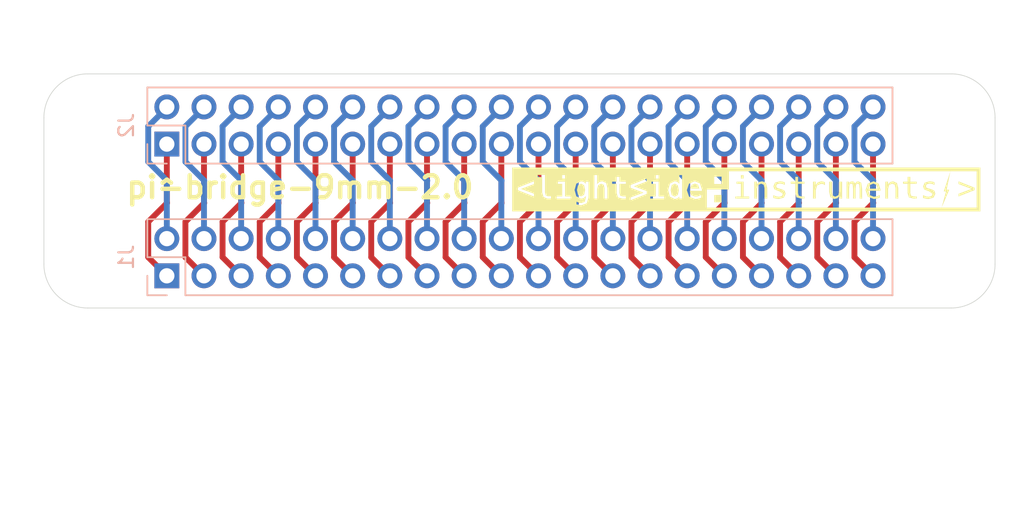
<source format=kicad_pcb>
(kicad_pcb (version 20211014) (generator pcbnew)
  (title_block (title "pi-bridge-9mm-2.0"))
  (layers (0 "F.Cu" signal) (1 "In1.Cu" power) (2 "In2.Cu" power) (31 "B.Cu" signal) (34 "B.Paste" user) (35 "F.Paste" user) (36 "B.SilkS" user "B.Silkscreen") (37 "F.SilkS" user "F.Silkscreen") (38 "B.Mask" user) (39 "F.Mask" user) (44 "Edge.Cuts" user))
  (net 0 "")
  (net 1 "GND")
  (net 2 "+3.3V")
  (net 3 "Net-(J1-Pad40)")
  (net 4 "Net-(J1-Pad38)")
  (net 5 "Net-(J1-Pad37)")
  (net 6 "Net-(J1-Pad36)")
  (net 7 "Net-(J1-Pad35)")
  (net 8 "Net-(J1-Pad33)")
  (net 9 "Net-(J1-Pad32)")
  (net 10 "Net-(J1-Pad31)")
  (net 11 "Net-(J1-Pad29)")
  (net 12 "Net-(J1-Pad28)")
  (net 13 "Net-(J1-Pad27)")
  (net 14 "Net-(J1-Pad26)")
  (net 15 "Net-(J1-Pad24)")
  (net 16 "Net-(J1-Pad23)")
  (net 17 "Net-(J1-Pad22)")
  (net 18 "Net-(J1-Pad21)")
  (net 19 "Net-(J1-Pad19)")
  (net 20 "Net-(J1-Pad18)")
  (net 21 "Net-(J1-Pad16)")
  (net 22 "Net-(J1-Pad15)")
  (net 23 "Net-(J1-Pad13)")
  (net 24 "Net-(J1-Pad12)")
  (net 25 "Net-(J1-Pad11)")
  (net 26 "Net-(J1-Pad10)")
  (net 27 "Net-(J1-Pad8)")
  (net 28 "Net-(J1-Pad7)")
  (net 29 "Net-(J1-Pad5)")
  (net 30 "Net-(J1-Pad3)")
  (net 31 "+5V")
  (footprint "pi-bridge:mount_hole" (layer "F.Cu") (at 53.5 52.5)
    (fp_text reference "" hide)
    (fp_text value "" hide)
    (pad "" np_thru_hole circle locked (at 0 0) (size 2.75 2.75) (drill 2.75) (layers *.Cu *.Mask) (clearance 1.725))
  )
  (footprint "pi-bridge:lsi-logo-32mm" (layer "F.Cu") (at 98 57.995556)
    (fp_text reference "svg2mod" hide)
    (fp_text value "G***" hide)
    (fp_poly (pts (xy 1.081072 -1.656115) (xy 0.874624 -1.604439) (xy 0.736648 -1.454577) (xy 0.736648 -1.62821) (xy 0.545445 -1.62821) (xy 0.545445 -0.470658) (xy 0.736648 -0.470658) (xy 0.736648 -1.124882) (xy 0.80822 -1.395666) (xy 1.014667 -1.490751) (xy 1.187008 -1.41737) (xy 1.242043 -1.187927) (xy 1.242043 -0.470658) (xy 1.434022 -0.470658) (xy 1.434022 -1.187927) (xy 1.345913 -1.539327) (xy 1.081072 -1.656115)) (layer "F.SilkS") (width 0) (fill solid))
    (fp_poly (pts (xy 5.661153 -1.626143) (xy 5.661153 -0.908874) (xy 5.748228 -0.556441) (xy 6.014104 -0.440686) (xy 6.218484 -0.492362) (xy 6.357493 -0.644291) (xy 6.357493 -0.470658) (xy 6.54973 -0.470658) (xy 6.54973 -1.626143) (xy 6.357493 -1.626143) (xy 6.357493 -0.971919) (xy 6.285922 -0.700101) (xy 6.079474 -0.60605) (xy 5.907134 -0.679431) (xy 5.852098 -0.908874) (xy 5.852098 -1.626143) (xy 5.661153 -1.626143)) (layer "F.SilkS") (width 0) (fill solid))
    (fp_poly (pts (xy 13.927488 -2.285084) (xy 13.858068 -2.075225) (xy 13.645795 -1.43136) (xy 13.59147 -1.266375) (xy 13.494086 -0.969593) (xy 13.492436 -0.963755) (xy 13.568898 -0.962095) (xy 13.644952 -0.95876) (xy 13.412558 -0.105036) (xy 13.370103 0.051907) (xy 13.342943 0.151907) (xy 13.343543 0.154407) (xy 13.371513 0.091396) (xy 13.431676 -0.049853) (xy 13.496871 -0.20277) (xy 13.561255 -0.353678) (xy 13.651799 -0.565946) (xy 13.742142 -0.777823) (xy 13.806927 -0.929731) (xy 13.855017 -1.042408) (xy 13.870712 -1.078998) (xy 13.782383 -1.078998) (xy 13.694053 -1.079833) (xy 13.699303 -1.106587) (xy 13.724248 -1.230533) (xy 13.762478 -1.419664) (xy 13.798688 -1.598743) (xy 13.853012 -1.867354) (xy 13.907337 -2.135965) (xy 13.937317 -2.284656) (xy 13.948787 -2.345583) (xy 13.927457 -2.284405) (xy 13.927488 -2.285084)) (layer "F.SilkS") (width 0.000106) (fill solid))
    (fp_poly (pts (xy -0.669984 -1.62821) (xy -0.669984 -1.480416) (xy -0.37207 -1.480416) (xy -0.37207 -0.618453) (xy -0.750858 -0.618453) (xy -0.750858 -0.470658) (xy 0.197922 -0.470658) (xy 0.197922 -0.618453) (xy -0.181126 -0.618453) (xy -0.181126 -1.62821) (xy -0.669984 -1.62821)) (layer "F.SilkS") (width 0) (fill solid))
    (fp_poly (pts (xy -11.286318 -1.492745) (xy -11.5 -1.381124) (xy -11.573639 -1.056596) (xy -11.5 -0.73) (xy -11.284251 -0.618379) (xy -11.082713 -0.731034) (xy -11.012174 -1.056596) (xy -11.082713 -1.381124) (xy -11.286318 -1.492745)) (layer "F.SilkS") (width 0) (fill solid))
    (fp_poly (pts (xy 7.226432 -1.656115) (xy 7.109127 -1.623043) (xy 7.02412 -1.528991) (xy 7.02412 -1.62821) (xy 6.850745 -1.62821) (xy 6.850745 -0.470658) (xy 7.02412 -0.470658) (xy 7.02412 -1.13315) (xy 7.053059 -1.432873) (xy 7.158995 -1.496952) (xy 7.264932 -1.439074) (xy 7.294904 -1.13315) (xy 7.294904 -0.470658) (xy 7.469312 -0.470658) (xy 7.469312 -1.13315) (xy 7.499543 -1.432873) (xy 7.613489 -1.496952) (xy 7.713225 -1.437007) (xy 7.741388 -1.13315) (xy 7.741388 -0.470658) (xy 7.915796 -0.470658) (xy 7.915796 -1.141418) (xy 7.857661 -1.547595) (xy 7.660256 -1.656115) (xy 7.528482 -1.619942) (xy 7.43934 -1.510388) (xy 7.357173 -1.619942) (xy 7.226432 -1.656115)) (layer "F.SilkS") (width 0) (fill solid))
    (fp_poly (pts (xy -16.000056 -2.595593) (xy -1.186749 -2.335661) (xy 15.739867 -2.335661) (xy 15.739867 0.144291) (xy -2.693375 0.144291) (xy -2.693375 -1.095685) (xy -1.186749 -1.095685) (xy -1.186749 -2.335661) (xy -16.000056 -2.595593) (xy -14.254943 -2.090197) (xy -13.757816 -2.090197) (xy -13.757816 -0.890271) (xy -13.711049 -0.697001) (xy -13.571006 -0.631889) (xy -13.347764 -0.631889) (xy -13.347764 -0.470658) (xy -13.589609 -0.470658) (xy -13.855484 -0.580212) (xy -13.94876 -0.890271) (xy -13.94876 -1.941369) (xy -14.254943 -1.941369) (xy -14.254943 -2.090197) (xy -16.000056 -2.595593) (xy -12.57856 -2.078829) (xy -12.387615 -2.078829) (xy -12.387615 -1.838017) (xy -12.57856 -1.838017) (xy -12.57856 -2.078829) (xy -16.000056 -2.595593) (xy -10.382053 -2.078829) (xy -10.191109 -2.078829) (xy -10.191109 -1.454577) (xy -10.053133 -1.604439) (xy -9.846427 -1.656115) (xy -9.581844 -1.539327) (xy -9.493477 -1.187927) (xy -9.493477 -0.470658) (xy -9.685455 -0.470658) (xy -9.685455 -1.187927) (xy -9.74049 -1.41737) (xy -9.912831 -1.490751) (xy -10.119537 -1.395666) (xy -10.191109 -1.124882) (xy -10.191109 -0.470658) (xy -10.382053 -0.470658) (xy -10.382053 -2.078829) (xy -16.000056 -2.595593) (xy -6.184118 -2.078829) (xy -5.993174 -2.078829) (xy -5.993174 -1.838017) (xy -6.184118 -1.838017) (xy -6.184118 -2.078829) (xy -16.000056 -2.595593) (xy -4.578273 -2.078829) (xy -4.387329 -2.078829) (xy -4.387329 -0.470658) (xy -4.578273 -0.470658) (xy -4.578273 -0.616386) (xy -4.705914 -0.485128) (xy -4.888848 -0.440686) (xy -5.220869 -0.60295) (xy -5.341276 -1.052535) (xy -5.219836 -1.494885) (xy -4.888848 -1.656115) (xy -4.703847 -1.61064) (xy -4.578273 -1.480416) (xy -4.578273 -2.078829) (xy -16.000056 -2.595593) (xy -1.689044 -1.970567) (xy -1.689044 -1.470597) (xy -2.191081 -1.470597) (xy -2.191081 -1.970567) (xy -1.689044 -1.970567) (xy -16.000056 -2.595593) (xy -8.668204 -1.956872) (xy -8.668204 -1.62821) (xy -8.234381 -1.62821) (xy -8.234381 -1.480416) (xy -8.668204 -1.480416) (xy -8.668204 -0.85203) (xy -8.61937 -0.67323) (xy -8.449355 -0.622587) (xy -8.234381 -0.622587) (xy -8.234381 -0.470658) (xy -8.467958 -0.470658) (xy -8.77104 -0.556441) (xy -8.859149 -0.85203) (xy -8.859149 -1.480416) (xy -9.169724 -1.480416) (xy -9.169724 -1.62821) (xy -8.859149 -1.62821) (xy -8.859149 -1.956872) (xy -8.668204 -1.956872) (xy -16.000056 -2.595593) (xy -6.805527 -1.82949) (xy -6.805527 -1.641388) (xy -7.68506 -1.311692) (xy -7.590492 -1.274485) (xy -6.805527 -0.98303) (xy -6.805527 -0.96546) (xy -6.805527 -0.793894) (xy -7.902876 -0.361879) (xy -7.902876 -0.551015) (xy -7.02076 -0.878643) (xy -7.026702 -0.880969) (xy -7.902876 -1.209373) (xy -7.902876 -1.225909) (xy -7.902876 -1.397475) (xy -6.805527 -1.82949) (xy -16.000056 -2.595593) (xy -14.511517 -1.651981) (xy -14.511517 -1.463879) (xy -15.393633 -1.13315) (xy -14.511517 -0.805521) (xy -14.511517 -0.616386) (xy -15.608607 -1.048401) (xy -15.608607 -1.219966) (xy -14.511517 -1.651981) (xy -16.000056 -2.595593) (xy -16.000056 0.404482) (xy -11.268562 -0.015906) (xy -11.433669 -0.030375) (xy -11.606009 -0.07275) (xy -11.606009 -0.260852) (xy -11.421266 -0.190572) (xy -11.268562 -0.167834) (xy -11.043253 -0.25155) (xy -10.972715 -0.517167) (xy -10.972715 -0.525435) (xy -10.972715 -0.654626) (xy -11.097255 -0.509932) (xy -11.289233 -0.46239) (xy -11.614278 -0.624654) (xy -11.735717 -1.058736) (xy -11.614278 -1.493851) (xy -11.289233 -1.656115) (xy -11.099322 -1.611674) (xy -10.972715 -1.474214) (xy -10.972715 -1.624076) (xy -10.78177 -1.624076) (xy -10.78177 -0.545072) (xy -10.905277 -0.150264) (xy -11.268562 -0.015906) (xy -16.000056 0.404482) (xy -3.48635 -0.440686) (xy -3.909838 -0.601916) (xy -4.062542 -1.048401) (xy -3.912939 -1.490751) (xy -3.514255 -1.656115) (xy -3.164664 -1.506254) (xy -3.035732 -1.096976) (xy -3.035732 -1.003959) (xy -3.863071 -1.003959) (xy -3.863071 -0.997758) (xy -3.764628 -0.705269) (xy -3.484283 -0.601916) (xy -3.293339 -0.630855) (xy -3.080432 -0.718705) (xy -3.080432 -0.529569) (xy -3.291272 -0.463423) (xy -3.48635 -0.440686) (xy -16.000056 0.404482) (xy -12.008569 -0.470658) (xy -12.957348 -0.470658) (xy -12.957348 -0.618453) (xy -12.57856 -0.618453) (xy -12.57856 -1.480416) (xy -12.876474 -1.480416) (xy -12.876474 -1.62821) (xy -12.387615 -1.62821) (xy -12.387615 -0.618453) (xy -12.008569 -0.618453) (xy -12.008569 -0.470658) (xy -16.000056 0.404482) (xy -5.614386 -0.470658) (xy -6.563165 -0.470658) (xy -6.563165 -0.618453) (xy -6.184118 -0.618453) (xy -6.184118 -1.480416) (xy -6.482033 -1.480416) (xy -6.482033 -1.62821) (xy -5.993174 -1.62821) (xy -5.993174 -0.618453) (xy -5.614386 -0.618453) (xy -5.614386 -0.470658) (xy -16.000056 0.404482) (xy 16.000056 0.404482) (xy 16.000056 -2.595593) (xy -16.000056 -2.595593)) (layer "F.SilkS") (width 0) (fill solid))
    (fp_poly (pts (xy -3.51 -1.500002) (xy -3.737118 -1.409051) (xy -3.843054 -1.156871) (xy -3.214152 -1.157901) (xy -3.293992 -1.41215) (xy -3.51 -1.5) (xy -3.51 -1.500002)) (layer "F.SilkS") (width 0) (fill solid))
    (fp_poly (pts (xy 12.514224 -1.656115) (xy 12.191504 -1.565165) (xy 12.078332 -1.30885) (xy 12.154039 -1.101111) (xy 12.394851 -0.993624) (xy 12.466423 -0.979154) (xy 12.474691 -0.977086) (xy 12.729198 -0.794152) (xy 12.659434 -0.650491) (xy 12.463322 -0.599848) (xy 12.27858 -0.62672) (xy 12.074198 -0.709403) (xy 12.074198 -0.513032) (xy 12.27858 -0.459289) (xy 12.459188 -0.440685) (xy 12.799736 -0.536803) (xy 12.922209 -0.805521) (xy 12.84857 -1.015327) (xy 12.633596 -1.122814) (xy 12.556856 -1.137283) (xy 12.319145 -1.211697) (xy 12.271344 -1.327453) (xy 12.334647 -1.454577) (xy 12.528693 -1.496951) (xy 12.697934 -1.47318) (xy 12.863039 -1.401867) (xy 12.863039 -1.587902) (xy 12.693799 -1.638545) (xy 12.514224 -1.656115)) (layer "F.SilkS") (width 0) (fill solid))
    (fp_poly (pts (xy -2.191081 -0.720514) (xy -2.191081 -0.220544) (xy -1.689044 -0.220544) (xy -1.689044 -0.720514) (xy -2.191081 -0.720514)) (layer "F.SilkS") (width 0) (fill solid))
    (fp_poly (pts (xy 3.347342 -1.956872) (xy 3.347342 -1.62821) (xy 3.036766 -1.62821) (xy 3.036766 -1.480416) (xy 3.347342 -1.480416) (xy 3.347342 -0.85203) (xy 3.435449 -0.556441) (xy 3.738532 -0.470658) (xy 3.972109 -0.470658) (xy 3.972109 -0.622587) (xy 3.757394 -0.622587) (xy 3.58712 -0.67323) (xy 3.538286 -0.85203) (xy 3.538286 -1.480416) (xy 3.972109 -1.480416) (xy 3.972109 -1.62821) (xy 3.538286 -1.62821) (xy 3.538286 -1.956872) (xy 3.347342 -1.956872)) (layer "F.SilkS") (width 0) (fill solid))
    (fp_poly (pts (xy 14.501958 -1.651981) (xy 14.501958 -1.463879) (xy 15.384333 -1.13315) (xy 14.501958 -0.805521) (xy 14.501958 -0.616386) (xy 15.599307 -1.048401) (xy 15.599307 -1.219966) (xy 14.501958 -1.651981)) (layer "F.SilkS") (width 0) (fill solid))
    (fp_poly (pts (xy 11.020516 -1.956872) (xy 11.020516 -1.62821) (xy 10.7102 -1.62821) (xy 10.7102 -1.480416) (xy 11.020516 -1.480416) (xy 11.020516 -0.85203) (xy 11.108625 -0.556441) (xy 11.411707 -0.470658) (xy 11.645285 -0.470658) (xy 11.645285 -0.622587) (xy 11.430569 -0.622587) (xy 11.260295 -0.67323) (xy 11.211461 -0.85203) (xy 11.211461 -1.480416) (xy 11.645285 -1.480416) (xy 11.645285 -1.62821) (xy 11.211461 -1.62821) (xy 11.211461 -1.956872) (xy 11.020516 -1.956872)) (layer "F.SilkS") (width 0) (fill solid))
    (fp_poly (pts (xy 2.283324 -1.656115) (xy 1.960346 -1.565165) (xy 1.847174 -1.30885) (xy 1.923139 -1.101111) (xy 2.16395 -0.993624) (xy 2.235523 -0.979154) (xy 2.243791 -0.977086) (xy 2.498038 -0.794152) (xy 2.428534 -0.650491) (xy 2.232422 -0.599848) (xy 2.047679 -0.62672) (xy 1.84304 -0.709403) (xy 1.84304 -0.513032) (xy 2.047679 -0.459289) (xy 2.228288 -0.440685) (xy 2.568836 -0.536803) (xy 2.691309 -0.805521) (xy 2.617412 -1.015327) (xy 2.402696 -1.122814) (xy 2.325698 -1.137283) (xy 2.087987 -1.211697) (xy 2.040444 -1.327453) (xy 2.103748 -1.454577) (xy 2.297793 -1.496951) (xy 2.467033 -1.47318) (xy 2.63214 -1.401867) (xy 2.63214 -1.587902) (xy 2.462899 -1.638545) (xy 2.283324 -1.656115)) (layer "F.SilkS") (width 0) (fill solid))
    (fp_poly (pts (xy 5.129661 -1.656115) (xy 4.894016 -1.58997) (xy 4.747514 -1.401867) (xy 4.747514 -1.62821) (xy 4.555536 -1.62821) (xy 4.555536 -0.470658) (xy 4.747514 -0.470658) (xy 4.747514 -1.046334) (xy 4.842083 -1.368795) (xy 5.114934 -1.480416) (xy 5.254202 -1.458711) (xy 5.378742 -1.389465) (xy 5.378742 -1.583768) (xy 5.261437 -1.638545) (xy 5.129661 -1.656115)) (layer "F.SilkS") (width 0) (fill solid))
    (fp_poly (pts (xy -4.890689 -1.496485) (xy -5.099462 -1.38383) (xy -5.17 -1.05) (xy -5.099462 -0.71617) (xy -4.890689 -0.603516) (xy -4.681142 -0.717204) (xy -4.608278 -1.05) (xy -4.681142 -1.382796) (xy -4.890689 -1.496485)) (layer "F.SilkS") (width 0) (fill solid))
    (fp_poly (pts (xy 10.033238 -1.656115) (xy 9.82679 -1.604439) (xy 9.688556 -1.454577) (xy 9.688556 -1.62821) (xy 9.497612 -1.62821) (xy 9.497612 -0.470658) (xy 9.688556 -0.470658) (xy 9.688556 -1.124882) (xy 9.760386 -1.395666) (xy 9.966834 -1.490751) (xy 10.139175 -1.41737) (xy 10.194211 -1.187927) (xy 10.194211 -0.470658) (xy 10.386188 -0.470658) (xy 10.386188 -1.187927) (xy 10.298079 -1.539327) (xy 10.033238 -1.656115)) (layer "F.SilkS") (width 0) (fill solid))
    (fp_poly (pts (xy -0.37207 -2.078829) (xy -0.37207 -1.838017) (xy -0.181126 -1.838017) (xy -0.181126 -2.078829) (xy -0.37207 -2.078829)) (layer "F.SilkS") (width 0) (fill solid))
    (fp_poly (pts (xy 8.692234 -1.656115) (xy 8.683715 -1.494884) (xy 8.899722 -1.407034) (xy 8.979563 -1.152786) (xy 8.35066 -1.151754) (xy 8.456597 -1.403935) (xy 8.683715 -1.494886) (xy 8.683715 -1.494884) (xy 8.692234 -1.656115) (xy 8.293551 -1.490751) (xy 8.143948 -1.048401) (xy 8.296652 -0.601916) (xy 8.72014 -0.440686) (xy 8.915219 -0.463423) (xy 9.126059 -0.529569) (xy 9.126059 -0.718705) (xy 8.913151 -0.630855) (xy 8.722206 -0.601916) (xy 8.441862 -0.705269) (xy 8.343418 -0.997758) (xy 8.343418 -1.003958) (xy 9.170759 -1.003958) (xy 9.170759 -1.096976) (xy 9.042084 -1.506253) (xy 8.692234 -1.656115)) (layer "F.SilkS") (width 0) (fill solid))
  )
  (footprint "pi-bridge:mount_hole" (layer "F.Cu") (at 111.5 52.5)
    (fp_text reference "" hide)
    (fp_text value "" hide)
    (pad "" np_thru_hole circle locked (at 0 0) (size 2.75 2.75) (drill 2.75) (layers *.Cu *.Mask) (clearance 1.725))
  )
  (footprint "pi-bridge:mount_hole" (layer "F.Cu") (at 53.5 61.5)
    (fp_text reference "" hide)
    (fp_text value "" hide)
    (pad "" np_thru_hole circle locked (at 0 0) (size 2.75 2.75) (drill 2.75) (layers *.Cu *.Mask) (clearance 1.725))
  )
  (footprint "pi-bridge:mount_hole" (layer "F.Cu") (at 111.5 61.5)
    (fp_text reference "" hide)
    (fp_text value "" hide)
    (pad "" np_thru_hole circle locked (at 0 0) (size 2.75 2.75) (drill 2.75) (layers *.Cu *.Mask) (clearance 1.725))
  )
  (footprint "pi-bridge:PinSocket_2x20_P2.54mm_Vertical_1_04mm" (layer "B.Cu") (at 58.4 53.8 -90)
    (fp_text reference "J2" (at -1.27 2.77 -90) (layer "B.SilkS") (effects (justify mirror)))
    (fp_text value "Conn_02x20_Odd_Even")
    (fp_line (start 0 1.33) (end 1.33 1.33) (layer "B.SilkS") (width 0.12))
    (fp_line (start -3.87 1.33) (end -1.27 1.33) (layer "B.SilkS") (width 0.12))
    (fp_line (start -1.27 -1.27) (end 1.33 -1.27) (layer "B.SilkS") (width 0.12))
    (fp_line (start -1.27 1.33) (end -1.27 -1.27) (layer "B.SilkS") (width 0.12))
    (fp_line (start 1.33 1.33) (end 1.33 0) (layer "B.SilkS") (width 0.12))
    (fp_line (start 1.33 -1.27) (end 1.33 -49.59) (layer "B.SilkS") (width 0.12))
    (fp_line (start -3.87 -49.59) (end 1.33 -49.59) (layer "B.SilkS") (width 0.12))
    (fp_line (start -3.87 1.33) (end -3.87 -49.59) (layer "B.SilkS") (width 0.12))
    (pad "1" thru_hole rect locked (at 0 0 270) (size 1.7 1.7) (drill 1.04) (layers *.Cu *.Mask) (net 2 "+3.3V"))
    (pad "2" thru_hole oval locked (at -2.54 0 270) (size 1.7 1.7) (drill 1.04) (layers *.Cu *.Mask) (net 31 "+5V"))
    (pad "3" thru_hole oval locked (at 0 -2.54 270) (size 1.7 1.7) (drill 1.04) (layers *.Cu *.Mask) (net 30 "Net-(J1-Pad3)"))
    (pad "4" thru_hole oval locked (at -2.54 -2.54 270) (size 1.7 1.7) (drill 1.04) (layers *.Cu *.Mask) (net 31 "+5V"))
    (pad "5" thru_hole oval locked (at 0 -5.08 270) (size 1.7 1.7) (drill 1.04) (layers *.Cu *.Mask) (net 29 "Net-(J1-Pad5)"))
    (pad "6" thru_hole oval locked (at -2.54 -5.08 270) (size 1.7 1.7) (drill 1.04) (layers *.Cu *.Mask) (net 1 "GND"))
    (pad "7" thru_hole oval locked (at 0 -7.62 270) (size 1.7 1.7) (drill 1.04) (layers *.Cu *.Mask) (net 28 "Net-(J1-Pad7)"))
    (pad "8" thru_hole oval locked (at -2.54 -7.62 270) (size 1.7 1.7) (drill 1.04) (layers *.Cu *.Mask) (net 27 "Net-(J1-Pad8)"))
    (pad "9" thru_hole oval locked (at 0 -10.16 270) (size 1.7 1.7) (drill 1.04) (layers *.Cu *.Mask) (net 1 "GND"))
    (pad "10" thru_hole oval locked (at -2.54 -10.16 270) (size 1.7 1.7) (drill 1.04) (layers *.Cu *.Mask) (net 26 "Net-(J1-Pad10)"))
    (pad "11" thru_hole oval locked (at 0 -12.7 270) (size 1.7 1.7) (drill 1.04) (layers *.Cu *.Mask) (net 25 "Net-(J1-Pad11)"))
    (pad "12" thru_hole oval locked (at -2.54 -12.7 270) (size 1.7 1.7) (drill 1.04) (layers *.Cu *.Mask) (net 24 "Net-(J1-Pad12)"))
    (pad "13" thru_hole oval locked (at 0 -15.24 270) (size 1.7 1.7) (drill 1.04) (layers *.Cu *.Mask) (net 23 "Net-(J1-Pad13)"))
    (pad "14" thru_hole oval locked (at -2.54 -15.24 270) (size 1.7 1.7) (drill 1.04) (layers *.Cu *.Mask) (net 1 "GND"))
    (pad "15" thru_hole oval locked (at 0 -17.78 270) (size 1.7 1.7) (drill 1.04) (layers *.Cu *.Mask) (net 22 "Net-(J1-Pad15)"))
    (pad "16" thru_hole oval locked (at -2.54 -17.78 270) (size 1.7 1.7) (drill 1.04) (layers *.Cu *.Mask) (net 21 "Net-(J1-Pad16)"))
    (pad "17" thru_hole oval locked (at 0 -20.32 270) (size 1.7 1.7) (drill 1.04) (layers *.Cu *.Mask) (net 2 "+3.3V"))
    (pad "18" thru_hole oval locked (at -2.54 -20.32 270) (size 1.7 1.7) (drill 1.04) (layers *.Cu *.Mask) (net 20 "Net-(J1-Pad18)"))
    (pad "19" thru_hole oval locked (at 0 -22.86 270) (size 1.7 1.7) (drill 1.04) (layers *.Cu *.Mask) (net 19 "Net-(J1-Pad19)"))
    (pad "20" thru_hole oval locked (at -2.54 -22.86 270) (size 1.7 1.7) (drill 1.04) (layers *.Cu *.Mask) (net 1 "GND"))
    (pad "21" thru_hole oval locked (at 0 -25.4 270) (size 1.7 1.7) (drill 1.04) (layers *.Cu *.Mask) (net 18 "Net-(J1-Pad21)"))
    (pad "22" thru_hole oval locked (at -2.54 -25.4 270) (size 1.7 1.7) (drill 1.04) (layers *.Cu *.Mask) (net 17 "Net-(J1-Pad22)"))
    (pad "23" thru_hole oval locked (at 0 -27.94 270) (size 1.7 1.7) (drill 1.04) (layers *.Cu *.Mask) (net 16 "Net-(J1-Pad23)"))
    (pad "24" thru_hole oval locked (at -2.54 -27.94 270) (size 1.7 1.7) (drill 1.04) (layers *.Cu *.Mask) (net 15 "Net-(J1-Pad24)"))
    (pad "25" thru_hole oval locked (at 0 -30.48 270) (size 1.7 1.7) (drill 1.04) (layers *.Cu *.Mask) (net 1 "GND"))
    (pad "26" thru_hole oval locked (at -2.54 -30.48 270) (size 1.7 1.7) (drill 1.04) (layers *.Cu *.Mask) (net 14 "Net-(J1-Pad26)"))
    (pad "27" thru_hole oval locked (at 0 -33.02 270) (size 1.7 1.7) (drill 1.04) (layers *.Cu *.Mask) (net 13 "Net-(J1-Pad27)"))
    (pad "28" thru_hole oval locked (at -2.54 -33.02 270) (size 1.7 1.7) (drill 1.04) (layers *.Cu *.Mask) (net 12 "Net-(J1-Pad28)"))
    (pad "29" thru_hole oval locked (at 0 -35.56 270) (size 1.7 1.7) (drill 1.04) (layers *.Cu *.Mask) (net 11 "Net-(J1-Pad29)"))
    (pad "30" thru_hole oval locked (at -2.54 -35.56 270) (size 1.7 1.7) (drill 1.04) (layers *.Cu *.Mask) (net 1 "GND"))
    (pad "31" thru_hole oval locked (at 0 -38.1 270) (size 1.7 1.7) (drill 1.04) (layers *.Cu *.Mask) (net 10 "Net-(J1-Pad31)"))
    (pad "32" thru_hole oval locked (at -2.54 -38.1 270) (size 1.7 1.7) (drill 1.04) (layers *.Cu *.Mask) (net 9 "Net-(J1-Pad32)"))
    (pad "33" thru_hole oval locked (at 0 -40.64 270) (size 1.7 1.7) (drill 1.04) (layers *.Cu *.Mask) (net 8 "Net-(J1-Pad33)"))
    (pad "34" thru_hole oval locked (at -2.54 -40.64 270) (size 1.7 1.7) (drill 1.04) (layers *.Cu *.Mask) (net 1 "GND"))
    (pad "35" thru_hole oval locked (at 0 -43.18 270) (size 1.7 1.7) (drill 1.04) (layers *.Cu *.Mask) (net 7 "Net-(J1-Pad35)"))
    (pad "36" thru_hole oval locked (at -2.54 -43.18 270) (size 1.7 1.7) (drill 1.04) (layers *.Cu *.Mask) (net 6 "Net-(J1-Pad36)"))
    (pad "37" thru_hole oval locked (at 0 -45.72 270) (size 1.7 1.7) (drill 1.04) (layers *.Cu *.Mask) (net 5 "Net-(J1-Pad37)"))
    (pad "38" thru_hole oval locked (at -2.54 -45.72 270) (size 1.7 1.7) (drill 1.04) (layers *.Cu *.Mask) (net 4 "Net-(J1-Pad38)"))
    (pad "39" thru_hole oval locked (at 0 -48.26 270) (size 1.7 1.7) (drill 1.04) (layers *.Cu *.Mask) (net 1 "GND"))
    (pad "40" thru_hole oval locked (at -2.54 -48.26 270) (size 1.7 1.7) (drill 1.04) (layers *.Cu *.Mask) (net 3 "Net-(J1-Pad40)"))
  )
  (footprint "pi-bridge:PinSocket_2x20_P2.54mm_Vertical_1_04mm" (layer "B.Cu") (at 58.4 62.8 -90)
    (fp_text reference "J1" (at -1.27 2.77 -90) (layer "B.SilkS") (effects (justify mirror)))
    (fp_text value "Conn_02x20_Odd_Even")
    (fp_line (start 1.33 -1.27) (end 1.33 -49.59) (layer "B.SilkS") (width 0.12))
    (fp_line (start 1.33 1.33) (end 1.33 0) (layer "B.SilkS") (width 0.12))
    (fp_line (start -3.87 1.33) (end -1.27 1.33) (layer "B.SilkS") (width 0.12))
    (fp_line (start -1.27 -1.27) (end 1.33 -1.27) (layer "B.SilkS") (width 0.12))
    (fp_line (start -3.87 -49.59) (end 1.33 -49.59) (layer "B.SilkS") (width 0.12))
    (fp_line (start 0 1.33) (end 1.33 1.33) (layer "B.SilkS") (width 0.12))
    (fp_line (start -3.87 1.33) (end -3.87 -49.59) (layer "B.SilkS") (width 0.12))
    (fp_line (start -1.27 1.33) (end -1.27 -1.27) (layer "B.SilkS") (width 0.12))
    (pad "1" thru_hole rect locked (at 0 0 270) (size 1.7 1.7) (drill 1.04) (layers *.Cu *.Mask) (net 2 "+3.3V"))
    (pad "2" thru_hole oval locked (at -2.54 0 270) (size 1.7 1.7) (drill 1.04) (layers *.Cu *.Mask) (net 31 "+5V"))
    (pad "3" thru_hole oval locked (at 0 -2.54 270) (size 1.7 1.7) (drill 1.04) (layers *.Cu *.Mask) (net 30 "Net-(J1-Pad3)"))
    (pad "4" thru_hole oval locked (at -2.54 -2.54 270) (size 1.7 1.7) (drill 1.04) (layers *.Cu *.Mask) (net 31 "+5V"))
    (pad "5" thru_hole oval locked (at 0 -5.08 270) (size 1.7 1.7) (drill 1.04) (layers *.Cu *.Mask) (net 29 "Net-(J1-Pad5)"))
    (pad "6" thru_hole oval locked (at -2.54 -5.08 270) (size 1.7 1.7) (drill 1.04) (layers *.Cu *.Mask) (net 1 "GND"))
    (pad "7" thru_hole oval locked (at 0 -7.62 270) (size 1.7 1.7) (drill 1.04) (layers *.Cu *.Mask) (net 28 "Net-(J1-Pad7)"))
    (pad "8" thru_hole oval locked (at -2.54 -7.62 270) (size 1.7 1.7) (drill 1.04) (layers *.Cu *.Mask) (net 27 "Net-(J1-Pad8)"))
    (pad "9" thru_hole oval locked (at 0 -10.16 270) (size 1.7 1.7) (drill 1.04) (layers *.Cu *.Mask) (net 1 "GND"))
    (pad "10" thru_hole oval locked (at -2.54 -10.16 270) (size 1.7 1.7) (drill 1.04) (layers *.Cu *.Mask) (net 26 "Net-(J1-Pad10)"))
    (pad "11" thru_hole oval locked (at 0 -12.7 270) (size 1.7 1.7) (drill 1.04) (layers *.Cu *.Mask) (net 25 "Net-(J1-Pad11)"))
    (pad "12" thru_hole oval locked (at -2.54 -12.7 270) (size 1.7 1.7) (drill 1.04) (layers *.Cu *.Mask) (net 24 "Net-(J1-Pad12)"))
    (pad "13" thru_hole oval locked (at 0 -15.24 270) (size 1.7 1.7) (drill 1.04) (layers *.Cu *.Mask) (net 23 "Net-(J1-Pad13)"))
    (pad "14" thru_hole oval locked (at -2.54 -15.24 270) (size 1.7 1.7) (drill 1.04) (layers *.Cu *.Mask) (net 1 "GND"))
    (pad "15" thru_hole oval locked (at 0 -17.78 270) (size 1.7 1.7) (drill 1.04) (layers *.Cu *.Mask) (net 22 "Net-(J1-Pad15)"))
    (pad "16" thru_hole oval locked (at -2.54 -17.78 270) (size 1.7 1.7) (drill 1.04) (layers *.Cu *.Mask) (net 21 "Net-(J1-Pad16)"))
    (pad "17" thru_hole oval locked (at 0 -20.32 270) (size 1.7 1.7) (drill 1.04) (layers *.Cu *.Mask) (net 2 "+3.3V"))
    (pad "18" thru_hole oval locked (at -2.54 -20.32 270) (size 1.7 1.7) (drill 1.04) (layers *.Cu *.Mask) (net 20 "Net-(J1-Pad18)"))
    (pad "19" thru_hole oval locked (at 0 -22.86 270) (size 1.7 1.7) (drill 1.04) (layers *.Cu *.Mask) (net 19 "Net-(J1-Pad19)"))
    (pad "20" thru_hole oval locked (at -2.54 -22.86 270) (size 1.7 1.7) (drill 1.04) (layers *.Cu *.Mask) (net 1 "GND"))
    (pad "21" thru_hole oval locked (at 0 -25.4 270) (size 1.7 1.7) (drill 1.04) (layers *.Cu *.Mask) (net 18 "Net-(J1-Pad21)"))
    (pad "22" thru_hole oval locked (at -2.54 -25.4 270) (size 1.7 1.7) (drill 1.04) (layers *.Cu *.Mask) (net 17 "Net-(J1-Pad22)"))
    (pad "23" thru_hole oval locked (at 0 -27.94 270) (size 1.7 1.7) (drill 1.04) (layers *.Cu *.Mask) (net 16 "Net-(J1-Pad23)"))
    (pad "24" thru_hole oval locked (at -2.54 -27.94 270) (size 1.7 1.7) (drill 1.04) (layers *.Cu *.Mask) (net 15 "Net-(J1-Pad24)"))
    (pad "25" thru_hole oval locked (at 0 -30.48 270) (size 1.7 1.7) (drill 1.04) (layers *.Cu *.Mask) (net 1 "GND"))
    (pad "26" thru_hole oval locked (at -2.54 -30.48 270) (size 1.7 1.7) (drill 1.04) (layers *.Cu *.Mask) (net 14 "Net-(J1-Pad26)"))
    (pad "27" thru_hole oval locked (at 0 -33.02 270) (size 1.7 1.7) (drill 1.04) (layers *.Cu *.Mask) (net 13 "Net-(J1-Pad27)"))
    (pad "28" thru_hole oval locked (at -2.54 -33.02 270) (size 1.7 1.7) (drill 1.04) (layers *.Cu *.Mask) (net 12 "Net-(J1-Pad28)"))
    (pad "29" thru_hole oval locked (at 0 -35.56 270) (size 1.7 1.7) (drill 1.04) (layers *.Cu *.Mask) (net 11 "Net-(J1-Pad29)"))
    (pad "30" thru_hole oval locked (at -2.54 -35.56 270) (size 1.7 1.7) (drill 1.04) (layers *.Cu *.Mask) (net 1 "GND"))
    (pad "31" thru_hole oval locked (at 0 -38.1 270) (size 1.7 1.7) (drill 1.04) (layers *.Cu *.Mask) (net 10 "Net-(J1-Pad31)"))
    (pad "32" thru_hole oval locked (at -2.54 -38.1 270) (size 1.7 1.7) (drill 1.04) (layers *.Cu *.Mask) (net 9 "Net-(J1-Pad32)"))
    (pad "33" thru_hole oval locked (at 0 -40.64 270) (size 1.7 1.7) (drill 1.04) (layers *.Cu *.Mask) (net 8 "Net-(J1-Pad33)"))
    (pad "34" thru_hole oval locked (at -2.54 -40.64 270) (size 1.7 1.7) (drill 1.04) (layers *.Cu *.Mask) (net 1 "GND"))
    (pad "35" thru_hole oval locked (at 0 -43.18 270) (size 1.7 1.7) (drill 1.04) (layers *.Cu *.Mask) (net 7 "Net-(J1-Pad35)"))
    (pad "36" thru_hole oval locked (at -2.54 -43.18 270) (size 1.7 1.7) (drill 1.04) (layers *.Cu *.Mask) (net 6 "Net-(J1-Pad36)"))
    (pad "37" thru_hole oval locked (at 0 -45.72 270) (size 1.7 1.7) (drill 1.04) (layers *.Cu *.Mask) (net 5 "Net-(J1-Pad37)"))
    (pad "38" thru_hole oval locked (at -2.54 -45.72 270) (size 1.7 1.7) (drill 1.04) (layers *.Cu *.Mask) (net 4 "Net-(J1-Pad38)"))
    (pad "39" thru_hole oval locked (at 0 -48.26 270) (size 1.7 1.7) (drill 1.04) (layers *.Cu *.Mask) (net 1 "GND"))
    (pad "40" thru_hole oval locked (at -2.54 -48.26 270) (size 1.7 1.7) (drill 1.04) (layers *.Cu *.Mask) (net 3 "Net-(J1-Pad40)"))
  )
  (gr_line (start 50 62) (end 50 52) (layer "Edge.Cuts") (width 0.05))
  (gr_line (start 112 65) (end 53 65) (layer "Edge.Cuts") (width 0.05))
  (gr_line (start 53 49) (end 112 49) (layer "Edge.Cuts") (width 0.05))
  (gr_arc (start 53 65) (mid 50.87868 64.12132) (end 50 62) (layer "Edge.Cuts") (width 0.05))
  (gr_arc (start 50 52) (mid 50.87868 49.87868) (end 53 49) (layer "Edge.Cuts") (width 0.05))
  (gr_arc (start 112 49) (mid 114.12132 49.87868) (end 115 52) (layer "Edge.Cuts") (width 0.05))
  (gr_line (start 115 52) (end 115 62) (layer "Edge.Cuts") (width 0.05))
  (gr_arc (start 115 62) (mid 114.12132 64.12132) (end 112 65) (layer "Edge.Cuts") (width 0.05))
  (gr_text "^" (at 58.4 57.12) (layer "F.SilkS") (effects (font (size 1.5 1.5) (thickness 0.3))))
  (gr_text "pi-bridge-9mm-2.0" (at 67.5 56.75) (layer "F.SilkS") (effects (font (size 1.5 1.5) (thickness 0.3))))
  (segment (start 68.58 62.82) (end 67.290001 61.530001) (width 0.4) (layer "F.Cu") (net 1))
  (segment (start 67.290001 61.530001) (end 67.290001 59.109999) (width 0.4) (layer "F.Cu") (net 1))
  (segment (start 67.290001 59.109999) (end 68.58 57.82) (width 0.4) (layer "F.Cu") (net 1))
  (segment (start 87.610001 59.109999) (end 88.9 57.82) (width 0.4) (layer "F.Cu") (net 1))
  (segment (start 106.68 62.82) (end 105.390001 61.530001) (width 0.4) (layer "F.Cu") (net 1))
  (segment (start 105.390001 61.530001) (end 105.390001 59.109999) (width 0.4) (layer "F.Cu") (net 1))
  (segment (start 87.610001 61.530001) (end 87.610001 59.109999) (width 0.4) (layer "F.Cu") (net 1))
  (segment (start 88.9 62.82) (end 87.610001 61.530001) (width 0.4) (layer "F.Cu") (net 1))
  (segment (start 105.390001 59.109999) (end 106.68 57.82) (width 0.4) (layer "F.Cu") (net 1))
  (segment (start 68.56 57.82) (end 68.56 53.82) (width 0.4) (layer "F.Cu") (net 1))
  (segment (start 106.66 57.82) (end 106.66 53.82) (width 0.4) (layer "F.Cu") (net 1))
  (segment (start 88.88 57.82) (end 88.88 53.82) (width 0.4) (layer "F.Cu") (net 1))
  (segment (start 81.259999 56.299095) (end 81.259999 60.3) (width 0.4) (layer "B.Cu") (net 1))
  (segment (start 73.639999 56.299095) (end 73.639999 60.3) (width 0.4) (layer "B.Cu") (net 1))
  (segment (start 93.959999 56.299095) (end 93.959999 60.3) (width 0.4) (layer "B.Cu") (net 1))
  (segment (start 99.039999 56.299095) (end 99.039999 60.3) (width 0.4) (layer "B.Cu") (net 1))
  (segment (start 63.479999 56.299095) (end 63.479999 60.3) (width 0.4) (layer "B.Cu") (net 1))
  (segment (start 81.279999 51.299095) (end 79.99 52.589094) (width 0.4) (layer "B.Cu") (net 1))
  (segment (start 92.69 55.009096) (end 93.979999 56.299095) (width 0.4) (layer "B.Cu") (net 1))
  (segment (start 63.499999 51.299095) (end 62.21 52.589094) (width 0.4) (layer "B.Cu") (net 1))
  (segment (start 99.059999 51.299095) (end 97.77 52.589094) (width 0.4) (layer "B.Cu") (net 1))
  (segment (start 72.37 52.589094) (end 72.37 55.009096) (width 0.4) (layer "B.Cu") (net 1))
  (segment (start 72.37 55.009096) (end 73.659999 56.299095) (width 0.4) (layer "B.Cu") (net 1))
  (segment (start 93.979999 51.299095) (end 92.69 52.589094) (width 0.4) (layer "B.Cu") (net 1))
  (segment (start 62.21 52.589094) (end 62.21 55.009096) (width 0.4) (layer "B.Cu") (net 1))
  (segment (start 97.77 55.009096) (end 99.059999 56.299095) (width 0.4) (layer "B.Cu") (net 1))
  (segment (start 92.69 52.589094) (end 92.69 55.009096) (width 0.4) (layer "B.Cu") (net 1))
  (segment (start 73.659999 51.299095) (end 72.37 52.589094) (width 0.4) (layer "B.Cu") (net 1))
  (segment (start 79.99 55.009096) (end 81.279999 56.299095) (width 0.4) (layer "B.Cu") (net 1))
  (segment (start 97.77 52.589094) (end 97.77 55.009096) (width 0.4) (layer "B.Cu") (net 1))
  (segment (start 79.99 52.589094) (end 79.99 55.009096) (width 0.4) (layer "B.Cu") (net 1))
  (segment (start 62.21 55.009096) (end 63.499999 56.299095) (width 0.4) (layer "B.Cu") (net 1))
  (segment (start 57.130001 59.109999) (end 58.42 57.82) (width 0.4) (layer "F.Cu") (net 2))
  (segment (start 58.42 62.82) (end 57.130001 61.530001) (width 0.4) (layer "F.Cu") (net 2))
  (segment (start 57.130001 61.530001) (end 57.130001 59.109999) (width 0.4) (layer "F.Cu") (net 2))
  (segment (start 77.450001 59.109999) (end 78.74 57.82) (width 0.4) (layer "F.Cu") (net 2))
  (segment (start 77.450001 61.530001) (end 77.450001 59.109999) (width 0.4) (layer "F.Cu") (net 2))
  (segment (start 78.74 62.82) (end 77.450001 61.530001) (width 0.4) (layer "F.Cu") (net 2))
  (segment (start 58.4 57.82) (end 58.4 53.82) (width 0.4) (layer "F.Cu") (net 2))
  (segment (start 78.72 57.82) (end 78.72 53.82) (width 0.4) (layer "F.Cu") (net 2))
  (segment (start 106.659999 56.299095) (end 106.659999 60.3) (width 0.4) (layer "B.Cu") (net 3))
  (segment (start 106.679999 51.299095) (end 105.39 52.589094) (width 0.4) (layer "B.Cu") (net 3))
  (segment (start 105.39 52.589094) (end 105.39 55.009096) (width 0.4) (layer "B.Cu") (net 3))
  (segment (start 105.39 55.009096) (end 106.679999 56.299095) (width 0.4) (layer "B.Cu") (net 3))
  (segment (start 104.119999 56.299095) (end 104.119999 60.3) (width 0.4) (layer "B.Cu") (net 4))
  (segment (start 104.139999 51.299095) (end 102.85 52.589094) (width 0.4) (layer "B.Cu") (net 4))
  (segment (start 102.85 55.009096) (end 104.139999 56.299095) (width 0.4) (layer "B.Cu") (net 4))
  (segment (start 102.85 52.589094) (end 102.85 55.009096) (width 0.4) (layer "B.Cu") (net 4))
  (segment (start 102.850001 59.109999) (end 104.14 57.82) (width 0.4) (layer "F.Cu") (net 5))
  (segment (start 104.14 62.82) (end 102.850001 61.530001) (width 0.4) (layer "F.Cu") (net 5))
  (segment (start 102.850001 61.530001) (end 102.850001 59.109999) (width 0.4) (layer "F.Cu") (net 5))
  (segment (start 104.12 57.82) (end 104.12 53.82) (width 0.4) (layer "F.Cu") (net 5))
  (segment (start 101.579999 56.299095) (end 101.579999 60.3) (width 0.4) (layer "B.Cu") (net 6))
  (segment (start 101.599999 51.299095) (end 100.31 52.589094) (width 0.4) (layer "B.Cu") (net 6))
  (segment (start 100.31 55.009096) (end 101.599999 56.299095) (width 0.4) (layer "B.Cu") (net 6))
  (segment (start 100.31 52.589094) (end 100.31 55.009096) (width 0.4) (layer "B.Cu") (net 6))
  (segment (start 101.6 62.82) (end 100.310001 61.530001) (width 0.4) (layer "F.Cu") (net 7))
  (segment (start 100.310001 59.109999) (end 101.6 57.82) (width 0.4) (layer "F.Cu") (net 7))
  (segment (start 100.310001 61.530001) (end 100.310001 59.109999) (width 0.4) (layer "F.Cu") (net 7))
  (segment (start 101.58 57.82) (end 101.58 53.82) (width 0.4) (layer "F.Cu") (net 7))
  (segment (start 97.770001 59.109999) (end 99.06 57.82) (width 0.4) (layer "F.Cu") (net 8))
  (segment (start 99.06 62.82) (end 97.770001 61.530001) (width 0.4) (layer "F.Cu") (net 8))
  (segment (start 97.770001 61.530001) (end 97.770001 59.109999) (width 0.4) (layer "F.Cu") (net 8))
  (segment (start 99.04 57.82) (end 99.04 53.82) (width 0.4) (layer "F.Cu") (net 8))
  (segment (start 96.499999 56.299095) (end 96.499999 60.3) (width 0.4) (layer "B.Cu") (net 9))
  (segment (start 95.23 52.589094) (end 95.23 55.009096) (width 0.4) (layer "B.Cu") (net 9))
  (segment (start 95.23 55.009096) (end 96.519999 56.299095) (width 0.4) (layer "B.Cu") (net 9))
  (segment (start 96.519999 51.299095) (end 95.23 52.589094) (width 0.4) (layer "B.Cu") (net 9))
  (segment (start 95.230001 61.530001) (end 95.230001 59.109999) (width 0.4) (layer "F.Cu") (net 10))
  (segment (start 95.230001 59.109999) (end 96.52 57.82) (width 0.4) (layer "F.Cu") (net 10))
  (segment (start 96.52 62.82) (end 95.230001 61.530001) (width 0.4) (layer "F.Cu") (net 10))
  (segment (start 96.5 57.82) (end 96.5 53.82) (width 0.4) (layer "F.Cu") (net 10))
  (segment (start 92.690001 59.109999) (end 93.98 57.82) (width 0.4) (layer "F.Cu") (net 11))
  (segment (start 93.98 62.82) (end 92.690001 61.530001) (width 0.4) (layer "F.Cu") (net 11))
  (segment (start 92.690001 61.530001) (end 92.690001 59.109999) (width 0.4) (layer "F.Cu") (net 11))
  (segment (start 93.96 57.82) (end 93.96 53.82) (width 0.4) (layer "F.Cu") (net 11))
  (segment (start 91.419999 56.299095) (end 91.419999 60.3) (width 0.4) (layer "B.Cu") (net 12))
  (segment (start 91.439999 51.299095) (end 90.15 52.589094) (width 0.4) (layer "B.Cu") (net 12))
  (segment (start 90.15 52.589094) (end 90.15 55.009096) (width 0.4) (layer "B.Cu") (net 12))
  (segment (start 90.15 55.009096) (end 91.439999 56.299095) (width 0.4) (layer "B.Cu") (net 12))
  (segment (start 90.150001 59.109999) (end 91.44 57.82) (width 0.4) (layer "F.Cu") (net 13))
  (segment (start 90.150001 61.530001) (end 90.150001 59.109999) (width 0.4) (layer "F.Cu") (net 13))
  (segment (start 91.44 62.82) (end 90.150001 61.530001) (width 0.4) (layer "F.Cu") (net 13))
  (segment (start 91.42 57.82) (end 91.42 53.82) (width 0.4) (layer "F.Cu") (net 13))
  (segment (start 88.879999 56.299095) (end 88.879999 60.3) (width 0.4) (layer "B.Cu") (net 14))
  (segment (start 88.899999 51.299095) (end 87.61 52.589094) (width 0.4) (layer "B.Cu") (net 14))
  (segment (start 87.61 52.589094) (end 87.61 55.009096) (width 0.4) (layer "B.Cu") (net 14))
  (segment (start 87.61 55.009096) (end 88.899999 56.299095) (width 0.4) (layer "B.Cu") (net 14))
  (segment (start 86.339999 56.299095) (end 86.339999 60.3) (width 0.4) (layer "B.Cu") (net 15))
  (segment (start 85.07 52.589094) (end 85.07 55.009096) (width 0.4) (layer "B.Cu") (net 15))
  (segment (start 86.359999 51.299095) (end 85.07 52.589094) (width 0.4) (layer "B.Cu") (net 15))
  (segment (start 85.07 55.009096) (end 86.359999 56.299095) (width 0.4) (layer "B.Cu") (net 15))
  (segment (start 85.070001 61.530001) (end 85.070001 59.109999) (width 0.4) (layer "F.Cu") (net 16))
  (segment (start 86.36 62.82) (end 85.070001 61.530001) (width 0.4) (layer "F.Cu") (net 16))
  (segment (start 85.070001 59.109999) (end 86.36 57.82) (width 0.4) (layer "F.Cu") (net 16))
  (segment (start 86.34 57.82) (end 86.34 53.82) (width 0.4) (layer "F.Cu") (net 16))
  (segment (start 83.799999 56.299095) (end 83.799999 60.3) (width 0.4) (layer "B.Cu") (net 17))
  (segment (start 82.53 52.589094) (end 82.53 55.009096) (width 0.4) (layer "B.Cu") (net 17))
  (segment (start 83.819999 51.299095) (end 82.53 52.589094) (width 0.4) (layer "B.Cu") (net 17))
  (segment (start 82.53 55.009096) (end 83.819999 56.299095) (width 0.4) (layer "B.Cu") (net 17))
  (segment (start 83.82 62.82) (end 82.530001 61.530001) (width 0.4) (layer "F.Cu") (net 18))
  (segment (start 82.530001 61.530001) (end 82.530001 59.109999) (width 0.4) (layer "F.Cu") (net 18))
  (segment (start 82.530001 59.109999) (end 83.82 57.82) (width 0.4) (layer "F.Cu") (net 18))
  (segment (start 83.8 57.82) (end 83.8 53.82) (width 0.4) (layer "F.Cu") (net 18))
  (segment (start 79.990001 59.109999) (end 81.28 57.82) (width 0.4) (layer "F.Cu") (net 19))
  (segment (start 81.28 62.82) (end 79.990001 61.530001) (width 0.4) (layer "F.Cu") (net 19))
  (segment (start 79.990001 61.530001) (end 79.990001 59.109999) (width 0.4) (layer "F.Cu") (net 19))
  (segment (start 81.26 57.82) (end 81.26 53.82) (width 0.4) (layer "F.Cu") (net 19))
  (segment (start 78.719999 56.299095) (end 78.719999 60.3) (width 0.4) (layer "B.Cu") (net 20))
  (segment (start 78.739999 51.299095) (end 77.45 52.589094) (width 0.4) (layer "B.Cu") (net 20))
  (segment (start 77.45 52.589094) (end 77.45 55.009096) (width 0.4) (layer "B.Cu") (net 20))
  (segment (start 77.45 55.009096) (end 78.739999 56.299095) (width 0.4) (layer "B.Cu") (net 20))
  (segment (start 76.179999 56.299095) (end 76.179999 60.3) (width 0.4) (layer "B.Cu") (net 21))
  (segment (start 76.199999 51.299095) (end 74.91 52.589094) (width 0.4) (layer "B.Cu") (net 21))
  (segment (start 74.91 55.009096) (end 76.199999 56.299095) (width 0.4) (layer "B.Cu") (net 21))
  (segment (start 74.91 52.589094) (end 74.91 55.009096) (width 0.4) (layer "B.Cu") (net 21))
  (segment (start 74.910001 59.109999) (end 76.2 57.82) (width 0.4) (layer "F.Cu") (net 22))
  (segment (start 74.910001 61.530001) (end 74.910001 59.109999) (width 0.4) (layer "F.Cu") (net 22))
  (segment (start 76.2 62.82) (end 74.910001 61.530001) (width 0.4) (layer "F.Cu") (net 22))
  (segment (start 76.18 57.82) (end 76.18 53.82) (width 0.4) (layer "F.Cu") (net 22))
  (segment (start 72.370001 61.530001) (end 72.370001 59.109999) (width 0.4) (layer "F.Cu") (net 23))
  (segment (start 73.66 62.82) (end 72.370001 61.530001) (width 0.4) (layer "F.Cu") (net 23))
  (segment (start 72.370001 59.109999) (end 73.66 57.82) (width 0.4) (layer "F.Cu") (net 23))
  (segment (start 73.64 57.82) (end 73.64 53.82) (width 0.4) (layer "F.Cu") (net 23))
  (segment (start 71.099999 56.299095) (end 71.099999 60.3) (width 0.4) (layer "B.Cu") (net 24))
  (segment (start 71.119999 51.299095) (end 69.83 52.589094) (width 0.4) (layer "B.Cu") (net 24))
  (segment (start 69.83 52.589094) (end 69.83 55.009096) (width 0.4) (layer "B.Cu") (net 24))
  (segment (start 69.83 55.009096) (end 71.119999 56.299095) (width 0.4) (layer "B.Cu") (net 24))
  (segment (start 71.12 62.82) (end 69.830001 61.530001) (width 0.4) (layer "F.Cu") (net 25))
  (segment (start 69.830001 61.530001) (end 69.830001 59.109999) (width 0.4) (layer "F.Cu") (net 25))
  (segment (start 69.830001 59.109999) (end 71.12 57.82) (width 0.4) (layer "F.Cu") (net 25))
  (segment (start 71.1 57.82) (end 71.1 53.82) (width 0.4) (layer "F.Cu") (net 25))
  (segment (start 68.559999 56.299095) (end 68.559999 60.3) (width 0.4) (layer "B.Cu") (net 26))
  (segment (start 67.29 52.589094) (end 67.29 55.009096) (width 0.4) (layer "B.Cu") (net 26))
  (segment (start 68.579999 51.299095) (end 67.29 52.589094) (width 0.4) (layer "B.Cu") (net 26))
  (segment (start 67.29 55.009096) (end 68.579999 56.299095) (width 0.4) (layer "B.Cu") (net 26))
  (segment (start 66.019999 56.299095) (end 66.019999 60.3) (width 0.4) (layer "B.Cu") (net 27))
  (segment (start 64.75 52.589094) (end 64.75 55.009096) (width 0.4) (layer "B.Cu") (net 27))
  (segment (start 66.039999 51.299095) (end 64.75 52.589094) (width 0.4) (layer "B.Cu") (net 27))
  (segment (start 64.75 55.009096) (end 66.039999 56.299095) (width 0.4) (layer "B.Cu") (net 27))
  (segment (start 66.02 57.82) (end 66.02 53.82) (width 0.4) (layer "F.Cu") (net 28))
  (segment (start 66.04 62.82) (end 64.750001 61.530001) (width 0.4) (layer "F.Cu") (net 28))
  (segment (start 64.750001 61.530001) (end 64.750001 59.109999) (width 0.4) (layer "F.Cu") (net 28))
  (segment (start 64.750001 59.109999) (end 66.04 57.82) (width 0.4) (layer "F.Cu") (net 28))
  (segment (start 63.48 57.82) (end 63.48 53.82) (width 0.4) (layer "F.Cu") (net 29))
  (segment (start 63.5 62.82) (end 62.210001 61.530001) (width 0.4) (layer "F.Cu") (net 29))
  (segment (start 62.210001 59.109999) (end 63.5 57.82) (width 0.4) (layer "F.Cu") (net 29))
  (segment (start 62.210001 61.530001) (end 62.210001 59.109999) (width 0.4) (layer "F.Cu") (net 29))
  (segment (start 60.94 57.82) (end 60.94 53.82) (width 0.4) (layer "F.Cu") (net 30))
  (segment (start 59.670001 59.109999) (end 60.96 57.82) (width 0.4) (layer "F.Cu") (net 30))
  (segment (start 60.96 62.82) (end 59.670001 61.530001) (width 0.4) (layer "F.Cu") (net 30))
  (segment (start 59.670001 61.530001) (end 59.670001 59.109999) (width 0.4) (layer "F.Cu") (net 30))
  (segment (start 58.4 56.3) (end 58.4 60.3) (width 0.4) (layer "B.Cu") (net 31))
  (segment (start 60.939999 56.299095) (end 60.939999 60.3) (width 0.4) (layer "B.Cu") (net 31))
  (segment (start 59.67 52.589094) (end 59.67 55.009096) (width 0.4) (layer "B.Cu") (net 31))
  (segment (start 57.13 55.009096) (end 58.419999 56.299095) (width 0.4) (layer "B.Cu") (net 31))
  (segment (start 57.13 52.589094) (end 57.13 55.009096) (width 0.4) (layer "B.Cu") (net 31))
  (segment (start 60.959999 51.299095) (end 59.67 52.589094) (width 0.4) (layer "B.Cu") (net 31))
  (segment (start 58.419999 51.299095) (end 57.13 52.589094) (width 0.4) (layer "B.Cu") (net 31))
  (segment (start 59.67 55.009096) (end 60.959999 56.299095) (width 0.4) (layer "B.Cu") (net 31))
)
</source>
